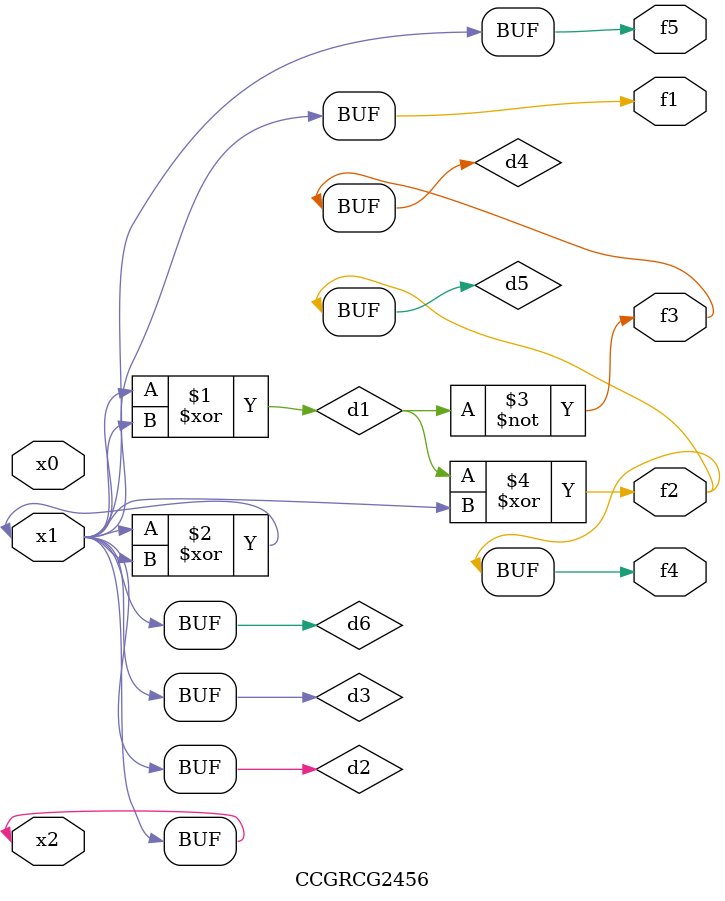
<source format=v>
module CCGRCG2456(
	input x0, x1, x2,
	output f1, f2, f3, f4, f5
);

	wire d1, d2, d3, d4, d5, d6;

	xor (d1, x1, x2);
	buf (d2, x1, x2);
	xor (d3, x1, x2);
	nor (d4, d1);
	xor (d5, d1, d2);
	buf (d6, d2, d3);
	assign f1 = d6;
	assign f2 = d5;
	assign f3 = d4;
	assign f4 = d5;
	assign f5 = d6;
endmodule

</source>
